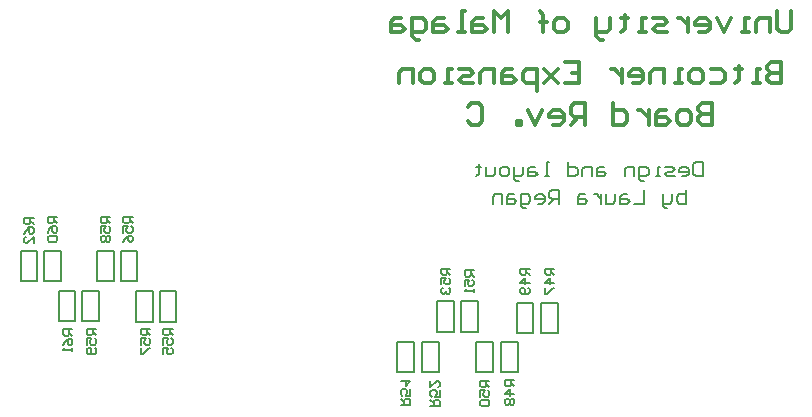
<source format=gbo>
G04*
G04 #@! TF.GenerationSoftware,Altium Limited,Altium Designer,25.2.1 (25)*
G04*
G04 Layer_Color=32896*
%FSLAX25Y25*%
%MOIN*%
G70*
G04*
G04 #@! TF.SameCoordinates,382838D2-828E-4769-9F82-A9EE904C746A*
G04*
G04*
G04 #@! TF.FilePolarity,Positive*
G04*
G01*
G75*
%ADD13C,0.00787*%
%ADD15C,0.00602*%
%ADD84C,0.01181*%
D13*
X8071Y83071D02*
X13583D01*
Y93307D01*
X8071D02*
X13583D01*
X8071Y83071D02*
Y93307D01*
X20796Y79974D02*
X26308D01*
X20796Y69738D02*
Y79974D01*
Y69738D02*
X26308D01*
Y79974D01*
X15945Y83071D02*
X21457D01*
Y93307D01*
X15945D02*
X21457D01*
X15945Y83071D02*
Y93307D01*
X28670Y79974D02*
X34182D01*
X28670Y69738D02*
Y79974D01*
Y69738D02*
X34182D01*
Y79974D01*
X33661Y83071D02*
X39173D01*
Y93307D01*
X33661D02*
X39173D01*
X33661Y83071D02*
Y93307D01*
X46654Y79921D02*
X52165D01*
X46654Y69685D02*
Y79921D01*
Y69685D02*
X52165D01*
Y79921D01*
X41535Y83071D02*
X47047D01*
Y93307D01*
X41535D02*
X47047D01*
X41535Y83071D02*
Y93307D01*
X54528Y79921D02*
X60039D01*
X54528Y69685D02*
Y79921D01*
Y69685D02*
X60039D01*
Y79921D01*
X133661Y52756D02*
X139173D01*
Y62992D01*
X133661D02*
X139173D01*
X133661Y52756D02*
Y62992D01*
X147047Y76378D02*
X152559D01*
X147047Y66142D02*
Y76378D01*
Y66142D02*
X152559D01*
Y76378D01*
X141929Y52756D02*
X147441D01*
Y62992D01*
X141929D02*
X147441D01*
X141929Y52756D02*
Y62992D01*
X154921Y76378D02*
X160433D01*
X154921Y66142D02*
Y76378D01*
Y66142D02*
X160433D01*
Y76378D01*
X160039Y52756D02*
X165551D01*
Y62992D01*
X160039D02*
X165551D01*
X160039Y52756D02*
Y62992D01*
X173425Y75984D02*
X178937D01*
X173425Y65748D02*
Y75984D01*
Y65748D02*
X178937D01*
Y75984D01*
X168307Y52756D02*
X173819D01*
Y62992D01*
X168307D02*
X173819D01*
X168307Y52756D02*
Y62992D01*
X181693Y75984D02*
X187205D01*
X181693Y65748D02*
Y75984D01*
Y65748D02*
X187205D01*
Y75984D01*
X235519Y122811D02*
Y118088D01*
X233158D01*
X232371Y118875D01*
Y122023D01*
X233158Y122811D01*
X235519D01*
X228435Y118088D02*
X230009D01*
X230796Y118875D01*
Y120449D01*
X230009Y121236D01*
X228435D01*
X227648Y120449D01*
Y119662D01*
X230796D01*
X226074Y118088D02*
X223712D01*
X222925Y118875D01*
X223712Y119662D01*
X225286D01*
X226074Y120449D01*
X225286Y121236D01*
X222925D01*
X221351Y118088D02*
X219776D01*
X220564D01*
Y121236D01*
X221351D01*
X215841Y116513D02*
X215053D01*
X214266Y117300D01*
Y121236D01*
X216628D01*
X217415Y120449D01*
Y118875D01*
X216628Y118088D01*
X214266D01*
X212692D02*
Y121236D01*
X210331D01*
X209543Y120449D01*
Y118088D01*
X202459Y121236D02*
X200885D01*
X200098Y120449D01*
Y118088D01*
X202459D01*
X203246Y118875D01*
X202459Y119662D01*
X200098D01*
X198523Y118088D02*
Y121236D01*
X196162D01*
X195375Y120449D01*
Y118088D01*
X190652Y122811D02*
Y118088D01*
X193013D01*
X193800Y118875D01*
Y120449D01*
X193013Y121236D01*
X190652D01*
X184355Y118088D02*
X182780D01*
X183568D01*
Y122811D01*
X184355D01*
X179632Y121236D02*
X178058D01*
X177270Y120449D01*
Y118088D01*
X179632D01*
X180419Y118875D01*
X179632Y119662D01*
X177270D01*
X175696Y121236D02*
Y118875D01*
X174909Y118088D01*
X172547D01*
Y117300D01*
X173335Y116513D01*
X174122D01*
X172547Y118088D02*
Y121236D01*
X170186Y118088D02*
X168612D01*
X167825Y118875D01*
Y120449D01*
X168612Y121236D01*
X170186D01*
X170973Y120449D01*
Y118875D01*
X170186Y118088D01*
X166250Y121236D02*
Y118875D01*
X165463Y118088D01*
X163102D01*
Y121236D01*
X160740Y122023D02*
Y121236D01*
X161528D01*
X159953D01*
X160740D01*
Y118875D01*
X159953Y118088D01*
X230009Y113679D02*
Y108956D01*
X227648D01*
X226861Y109743D01*
Y110530D01*
Y111318D01*
X227648Y112105D01*
X230009D01*
X225286D02*
Y109743D01*
X224499Y108956D01*
X222138D01*
Y108169D01*
X222925Y107382D01*
X223712D01*
X222138Y108956D02*
Y112105D01*
X215841Y113679D02*
Y108956D01*
X212692D01*
X210331Y112105D02*
X208756D01*
X207969Y111318D01*
Y108956D01*
X210331D01*
X211118Y109743D01*
X210331Y110530D01*
X207969D01*
X206395Y112105D02*
Y109743D01*
X205608Y108956D01*
X203246D01*
Y112105D01*
X201672D02*
Y108956D01*
Y110530D01*
X200885Y111318D01*
X200098Y112105D01*
X199311D01*
X196162D02*
X194588D01*
X193800Y111318D01*
Y108956D01*
X196162D01*
X196949Y109743D01*
X196162Y110530D01*
X193800D01*
X187503Y108956D02*
Y113679D01*
X185142D01*
X184355Y112892D01*
Y111318D01*
X185142Y110530D01*
X187503D01*
X185929D02*
X184355Y108956D01*
X180419D02*
X181993D01*
X182780Y109743D01*
Y111318D01*
X181993Y112105D01*
X180419D01*
X179632Y111318D01*
Y110530D01*
X182780D01*
X176483Y107382D02*
X175696D01*
X174909Y108169D01*
Y112105D01*
X177270D01*
X178058Y111318D01*
Y109743D01*
X177270Y108956D01*
X174909D01*
X172547Y112105D02*
X170973D01*
X170186Y111318D01*
Y108956D01*
X172547D01*
X173335Y109743D01*
X172547Y110530D01*
X170186D01*
X168612Y108956D02*
Y112105D01*
X166250D01*
X165463Y111318D01*
Y108956D01*
D15*
X12401Y104198D02*
X9252D01*
Y102624D01*
X9777Y102099D01*
X10827D01*
X11351Y102624D01*
Y104198D01*
Y103149D02*
X12401Y102099D01*
X9252Y98950D02*
X9777Y100000D01*
X10827Y101049D01*
X11876D01*
X12401Y100525D01*
Y99475D01*
X11876Y98950D01*
X11351D01*
X10827Y99475D01*
Y101049D01*
X12401Y95802D02*
Y97901D01*
X10302Y95802D01*
X9777D01*
X9252Y96327D01*
Y97376D01*
X9777Y97901D01*
X25393Y67059D02*
X22245D01*
Y65485D01*
X22769Y64960D01*
X23819D01*
X24344Y65485D01*
Y67059D01*
Y66010D02*
X25393Y64960D01*
X22245Y61812D02*
X22769Y62861D01*
X23819Y63911D01*
X24868D01*
X25393Y63386D01*
Y62336D01*
X24868Y61812D01*
X24344D01*
X23819Y62336D01*
Y63911D01*
X25393Y60762D02*
Y59712D01*
Y60237D01*
X22245D01*
X22769Y60762D01*
X20275Y104592D02*
X17127D01*
Y103017D01*
X17651Y102493D01*
X18701D01*
X19226Y103017D01*
Y104592D01*
Y103542D02*
X20275Y102493D01*
X17127Y99344D02*
X17651Y100394D01*
X18701Y101443D01*
X19750D01*
X20275Y100918D01*
Y99869D01*
X19750Y99344D01*
X19226D01*
X18701Y99869D01*
Y101443D01*
X17651Y98295D02*
X17127Y97770D01*
Y96720D01*
X17651Y96196D01*
X19750D01*
X20275Y96720D01*
Y97770D01*
X19750Y98295D01*
X17651D01*
X33267Y67190D02*
X30119D01*
Y65616D01*
X30643Y65091D01*
X31693D01*
X32218Y65616D01*
Y67190D01*
Y66141D02*
X33267Y65091D01*
X30119Y61943D02*
Y64042D01*
X31693D01*
X31168Y62992D01*
Y62467D01*
X31693Y61943D01*
X32742D01*
X33267Y62467D01*
Y63517D01*
X32742Y64042D01*
Y60893D02*
X33267Y60368D01*
Y59319D01*
X32742Y58794D01*
X30643D01*
X30119Y59319D01*
Y60368D01*
X30643Y60893D01*
X31168D01*
X31693Y60368D01*
Y58794D01*
X37992Y104592D02*
X34843D01*
Y103017D01*
X35368Y102493D01*
X36417D01*
X36942Y103017D01*
Y104592D01*
Y103542D02*
X37992Y102493D01*
X34843Y99344D02*
Y101443D01*
X36417D01*
X35893Y100394D01*
Y99869D01*
X36417Y99344D01*
X37467D01*
X37992Y99869D01*
Y100918D01*
X37467Y101443D01*
X35368Y98295D02*
X34843Y97770D01*
Y96720D01*
X35368Y96196D01*
X35893D01*
X36417Y96720D01*
X36942Y96196D01*
X37467D01*
X37992Y96720D01*
Y97770D01*
X37467Y98295D01*
X36942D01*
X36417Y97770D01*
X35893Y98295D01*
X35368D01*
X36417Y97770D02*
Y96720D01*
X51377Y67190D02*
X48229D01*
Y65616D01*
X48754Y65091D01*
X49803D01*
X50328Y65616D01*
Y67190D01*
Y66141D02*
X51377Y65091D01*
X48229Y61943D02*
Y64042D01*
X49803D01*
X49278Y62992D01*
Y62467D01*
X49803Y61943D01*
X50853D01*
X51377Y62467D01*
Y63517D01*
X50853Y64042D01*
X48229Y60893D02*
Y58794D01*
X48754D01*
X50853Y60893D01*
X51377D01*
X45472Y104592D02*
X42323D01*
Y103017D01*
X42848Y102493D01*
X43898D01*
X44422Y103017D01*
Y104592D01*
Y103542D02*
X45472Y102493D01*
X42323Y99344D02*
Y101443D01*
X43898D01*
X43373Y100394D01*
Y99869D01*
X43898Y99344D01*
X44947D01*
X45472Y99869D01*
Y100918D01*
X44947Y101443D01*
X42323Y96196D02*
X42848Y97245D01*
X43898Y98295D01*
X44947D01*
X45472Y97770D01*
Y96720D01*
X44947Y96196D01*
X44422D01*
X43898Y96720D01*
Y98295D01*
X58858Y67190D02*
X55709D01*
Y65616D01*
X56234Y65091D01*
X57284D01*
X57808Y65616D01*
Y67190D01*
Y66141D02*
X58858Y65091D01*
X55709Y61943D02*
Y64042D01*
X57284D01*
X56759Y62992D01*
Y62467D01*
X57284Y61943D01*
X58333D01*
X58858Y62467D01*
Y63517D01*
X58333Y64042D01*
X55709Y58794D02*
Y60893D01*
X57284D01*
X56759Y59843D01*
Y59319D01*
X57284Y58794D01*
X58333D01*
X58858Y59319D01*
Y60368D01*
X58333Y60893D01*
X134843Y41865D02*
X137992D01*
Y43439D01*
X137467Y43964D01*
X136417D01*
X135893Y43439D01*
Y41865D01*
Y42914D02*
X134843Y43964D01*
X137992Y47113D02*
Y45013D01*
X136417D01*
X136942Y46063D01*
Y46588D01*
X136417Y47113D01*
X135368D01*
X134843Y46588D01*
Y45538D01*
X135368Y45013D01*
X134843Y49736D02*
X137992D01*
X136417Y48162D01*
Y50261D01*
X151377Y87269D02*
X148229D01*
Y85695D01*
X148754Y85170D01*
X149803D01*
X150328Y85695D01*
Y87269D01*
Y86220D02*
X151377Y85170D01*
X148229Y82021D02*
Y84120D01*
X149803D01*
X149278Y83071D01*
Y82546D01*
X149803Y82021D01*
X150853D01*
X151377Y82546D01*
Y83596D01*
X150853Y84120D01*
X148754Y80972D02*
X148229Y80447D01*
Y79397D01*
X148754Y78873D01*
X149278D01*
X149803Y79397D01*
Y79922D01*
Y79397D01*
X150328Y78873D01*
X150853D01*
X151377Y79397D01*
Y80447D01*
X150853Y80972D01*
X144685Y41471D02*
X147834D01*
Y43045D01*
X147309Y43570D01*
X146260D01*
X145735Y43045D01*
Y41471D01*
Y42521D02*
X144685Y43570D01*
X147834Y46719D02*
Y44620D01*
X146260D01*
X146785Y45669D01*
Y46194D01*
X146260Y46719D01*
X145210D01*
X144685Y46194D01*
Y45145D01*
X145210Y44620D01*
X144685Y49867D02*
Y47768D01*
X146785Y49867D01*
X147309D01*
X147834Y49343D01*
Y48293D01*
X147309Y47768D01*
X159251Y86744D02*
X156103D01*
Y85170D01*
X156628Y84645D01*
X157677D01*
X158202Y85170D01*
Y86744D01*
Y85695D02*
X159251Y84645D01*
X156103Y81497D02*
Y83596D01*
X157677D01*
X157152Y82546D01*
Y82021D01*
X157677Y81497D01*
X158727D01*
X159251Y82021D01*
Y83071D01*
X158727Y83596D01*
X159251Y80447D02*
Y79397D01*
Y79922D01*
X156103D01*
X156628Y80447D01*
X164370Y49867D02*
X161221D01*
Y48293D01*
X161746Y47768D01*
X162795D01*
X163320Y48293D01*
Y49867D01*
Y48818D02*
X164370Y47768D01*
X161221Y44620D02*
Y46719D01*
X162795D01*
X162270Y45669D01*
Y45145D01*
X162795Y44620D01*
X163845D01*
X164370Y45145D01*
Y46194D01*
X163845Y46719D01*
X161746Y43570D02*
X161221Y43045D01*
Y41996D01*
X161746Y41471D01*
X163845D01*
X164370Y41996D01*
Y43045D01*
X163845Y43570D01*
X161746D01*
X177755Y87269D02*
X174607D01*
Y85695D01*
X175132Y85170D01*
X176181D01*
X176706Y85695D01*
Y87269D01*
Y86220D02*
X177755Y85170D01*
Y82546D02*
X174607D01*
X176181Y84120D01*
Y82021D01*
X177231Y80972D02*
X177755Y80447D01*
Y79397D01*
X177231Y78873D01*
X175132D01*
X174607Y79397D01*
Y80447D01*
X175132Y80972D01*
X175656D01*
X176181Y80447D01*
Y78873D01*
X172637Y50261D02*
X169489D01*
Y48687D01*
X170013Y48162D01*
X171063D01*
X171588Y48687D01*
Y50261D01*
Y49212D02*
X172637Y48162D01*
Y45538D02*
X169489D01*
X171063Y47113D01*
Y45013D01*
X170013Y43964D02*
X169489Y43439D01*
Y42390D01*
X170013Y41865D01*
X170538D01*
X171063Y42390D01*
X171588Y41865D01*
X172113D01*
X172637Y42390D01*
Y43439D01*
X172113Y43964D01*
X171588D01*
X171063Y43439D01*
X170538Y43964D01*
X170013D01*
X171063Y43439D02*
Y42390D01*
X186023Y87269D02*
X182875D01*
Y85695D01*
X183399Y85170D01*
X184449D01*
X184974Y85695D01*
Y87269D01*
Y86220D02*
X186023Y85170D01*
Y82546D02*
X182875D01*
X184449Y84120D01*
Y82021D01*
X182875Y80972D02*
Y78873D01*
X183399D01*
X185498Y80972D01*
X186023D01*
D84*
X261692Y156116D02*
Y149032D01*
X258150D01*
X256969Y150213D01*
Y151393D01*
X258150Y152574D01*
X261692D01*
X258150D01*
X256969Y153755D01*
Y154936D01*
X258150Y156116D01*
X261692D01*
X254608Y149032D02*
X252246D01*
X253427D01*
Y153755D01*
X254608D01*
X247523Y154936D02*
Y153755D01*
X248704D01*
X246343D01*
X247523D01*
Y150213D01*
X246343Y149032D01*
X238078Y153755D02*
X241620D01*
X242800Y152574D01*
Y150213D01*
X241620Y149032D01*
X238078D01*
X234535D02*
X232174D01*
X230993Y150213D01*
Y152574D01*
X232174Y153755D01*
X234535D01*
X235716Y152574D01*
Y150213D01*
X234535Y149032D01*
X228632D02*
X226270D01*
X227451D01*
Y153755D01*
X228632D01*
X222728Y149032D02*
Y153755D01*
X219186D01*
X218005Y152574D01*
Y149032D01*
X212102D02*
X214463D01*
X215644Y150213D01*
Y152574D01*
X214463Y153755D01*
X212102D01*
X210921Y152574D01*
Y151393D01*
X215644D01*
X208559Y153755D02*
Y149032D01*
Y151393D01*
X207379Y152574D01*
X206198Y153755D01*
X205017D01*
X189668Y156116D02*
X194391D01*
Y149032D01*
X189668D01*
X194391Y152574D02*
X192030D01*
X187307Y153755D02*
X182584Y149032D01*
X184945Y151393D01*
X182584Y153755D01*
X187307Y149032D01*
X180222Y146670D02*
Y153755D01*
X176680D01*
X175499Y152574D01*
Y150213D01*
X176680Y149032D01*
X180222D01*
X171957Y153755D02*
X169596D01*
X168415Y152574D01*
Y149032D01*
X171957D01*
X173138Y150213D01*
X171957Y151393D01*
X168415D01*
X166054Y149032D02*
Y153755D01*
X162512D01*
X161331Y152574D01*
Y149032D01*
X158969D02*
X155427D01*
X154246Y150213D01*
X155427Y151393D01*
X157789D01*
X158969Y152574D01*
X157789Y153755D01*
X154246D01*
X151885Y149032D02*
X149524D01*
X150704D01*
Y153755D01*
X151885D01*
X144801Y149032D02*
X142439D01*
X141259Y150213D01*
Y152574D01*
X142439Y153755D01*
X144801D01*
X145981Y152574D01*
Y150213D01*
X144801Y149032D01*
X138897D02*
Y153755D01*
X135355D01*
X134174Y152574D01*
Y149032D01*
X238668Y142419D02*
Y135335D01*
X235126D01*
X233945Y136515D01*
Y137696D01*
X235126Y138877D01*
X238668D01*
X235126D01*
X233945Y140058D01*
Y141238D01*
X235126Y142419D01*
X238668D01*
X230403Y135335D02*
X228041D01*
X226861Y136515D01*
Y138877D01*
X228041Y140058D01*
X230403D01*
X231584Y138877D01*
Y136515D01*
X230403Y135335D01*
X223319Y140058D02*
X220957D01*
X219776Y138877D01*
Y135335D01*
X223319D01*
X224499Y136515D01*
X223319Y137696D01*
X219776D01*
X217415Y140058D02*
Y135335D01*
Y137696D01*
X216234Y138877D01*
X215054Y140058D01*
X213873D01*
X205608Y142419D02*
Y135335D01*
X209150D01*
X210331Y136515D01*
Y138877D01*
X209150Y140058D01*
X205608D01*
X196162Y135335D02*
Y142419D01*
X192620D01*
X191439Y141238D01*
Y138877D01*
X192620Y137696D01*
X196162D01*
X193800D02*
X191439Y135335D01*
X185536D02*
X187897D01*
X189078Y136515D01*
Y138877D01*
X187897Y140058D01*
X185536D01*
X184355Y138877D01*
Y137696D01*
X189078D01*
X181993Y140058D02*
X179632Y135335D01*
X177270Y140058D01*
X174909Y135335D02*
Y136515D01*
X173728D01*
Y135335D01*
X174909D01*
X157198Y141238D02*
X158379Y142419D01*
X160740D01*
X161921Y141238D01*
Y136515D01*
X160740Y135335D01*
X158379D01*
X157198Y136515D01*
X264939Y173127D02*
Y167223D01*
X263758Y166042D01*
X261397D01*
X260216Y167223D01*
Y173127D01*
X257855Y166042D02*
Y170765D01*
X254313D01*
X253132Y169585D01*
Y166042D01*
X250770D02*
X248409D01*
X249590D01*
Y170765D01*
X250770D01*
X244867D02*
X242505Y166042D01*
X240144Y170765D01*
X234240Y166042D02*
X236602D01*
X237783Y167223D01*
Y169585D01*
X236602Y170765D01*
X234240D01*
X233060Y169585D01*
Y168404D01*
X237783D01*
X230698Y170765D02*
Y166042D01*
Y168404D01*
X229517Y169585D01*
X228337Y170765D01*
X227156D01*
X223614Y166042D02*
X220072D01*
X218891Y167223D01*
X220072Y168404D01*
X222433D01*
X223614Y169585D01*
X222433Y170765D01*
X218891D01*
X216529Y166042D02*
X214168D01*
X215349D01*
Y170765D01*
X216529D01*
X209445Y171946D02*
Y170765D01*
X210626D01*
X208264D01*
X209445D01*
Y167223D01*
X208264Y166042D01*
X204722Y170765D02*
Y167223D01*
X203542Y166042D01*
X199999D01*
Y164862D01*
X201180Y163681D01*
X202361D01*
X199999Y166042D02*
Y170765D01*
X189373Y166042D02*
X187012D01*
X185831Y167223D01*
Y169585D01*
X187012Y170765D01*
X189373D01*
X190554Y169585D01*
Y167223D01*
X189373Y166042D01*
X182289D02*
Y171946D01*
Y169585D01*
X183469D01*
X181108D01*
X182289D01*
Y171946D01*
X181108Y173127D01*
X170481Y166042D02*
Y173127D01*
X168120Y170765D01*
X165759Y173127D01*
Y166042D01*
X162216Y170765D02*
X159855D01*
X158674Y169585D01*
Y166042D01*
X162216D01*
X163397Y167223D01*
X162216Y168404D01*
X158674D01*
X156313Y166042D02*
X153951D01*
X155132D01*
Y173127D01*
X156313D01*
X149229Y170765D02*
X146867D01*
X145686Y169585D01*
Y166042D01*
X149229D01*
X150409Y167223D01*
X149229Y168404D01*
X145686D01*
X140963Y163681D02*
X139783D01*
X138602Y164862D01*
Y170765D01*
X142144D01*
X143325Y169585D01*
Y167223D01*
X142144Y166042D01*
X138602D01*
X135060Y170765D02*
X132698D01*
X131518Y169585D01*
Y166042D01*
X135060D01*
X136241Y167223D01*
X135060Y168404D01*
X131518D01*
M02*

</source>
